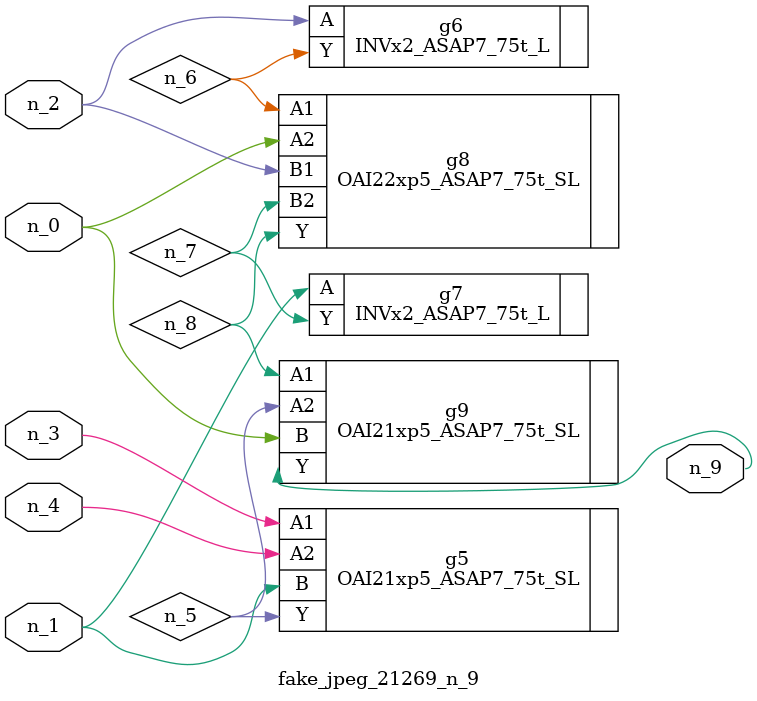
<source format=v>
module fake_jpeg_21269_n_9 (n_3, n_2, n_1, n_0, n_4, n_9);

input n_3;
input n_2;
input n_1;
input n_0;
input n_4;

output n_9;

wire n_8;
wire n_6;
wire n_5;
wire n_7;

OAI21xp5_ASAP7_75t_SL g5 ( 
.A1(n_3),
.A2(n_4),
.B(n_1),
.Y(n_5)
);

INVx2_ASAP7_75t_L g6 ( 
.A(n_2),
.Y(n_6)
);

INVx2_ASAP7_75t_L g7 ( 
.A(n_1),
.Y(n_7)
);

OAI22xp5_ASAP7_75t_SL g8 ( 
.A1(n_6),
.A2(n_0),
.B1(n_2),
.B2(n_7),
.Y(n_8)
);

OAI21xp5_ASAP7_75t_SL g9 ( 
.A1(n_8),
.A2(n_5),
.B(n_0),
.Y(n_9)
);


endmodule
</source>
